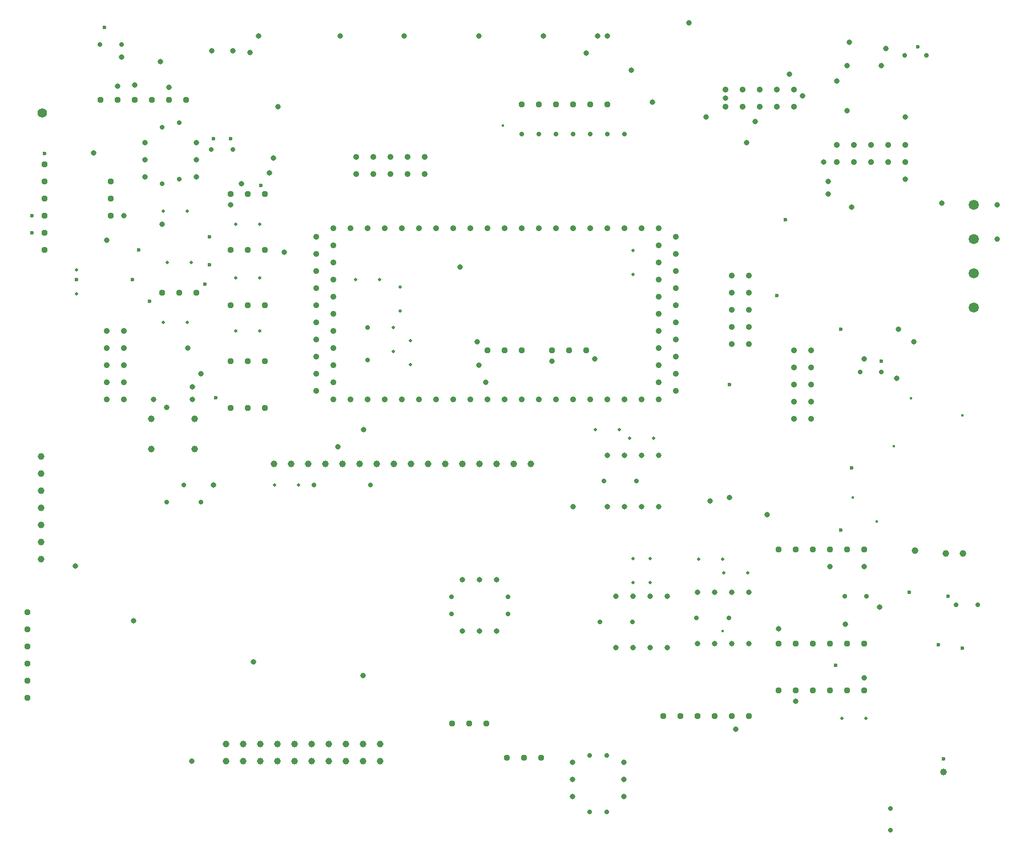
<source format=gbr>
%TF.GenerationSoftware,KiCad,Pcbnew,(5.1.4)-1*%
%TF.CreationDate,2019-12-19T22:49:59+05:30*%
%TF.ProjectId,2014_board_SPI_Pullupattiny_4,32303134-5f62-46f6-9172-645f5350495f,rev?*%
%TF.SameCoordinates,Original*%
%TF.FileFunction,Plated,1,2,PTH,Drill*%
%TF.FilePolarity,Positive*%
%FSLAX46Y46*%
G04 Gerber Fmt 4.6, Leading zero omitted, Abs format (unit mm)*
G04 Created by KiCad (PCBNEW (5.1.4)-1) date 2019-12-19 22:49:59*
%MOMM*%
%LPD*%
G04 APERTURE LIST*
%TA.AperFunction,ViaDrill*%
%ADD10C,0.400000*%
%TD*%
%TA.AperFunction,ComponentDrill*%
%ADD11C,0.500000*%
%TD*%
%TA.AperFunction,ViaDrill*%
%ADD12C,0.600000*%
%TD*%
%TA.AperFunction,ComponentDrill*%
%ADD13C,0.700000*%
%TD*%
%TA.AperFunction,ViaDrill*%
%ADD14C,0.800000*%
%TD*%
%TA.AperFunction,ComponentDrill*%
%ADD15C,0.800000*%
%TD*%
%TA.AperFunction,ComponentDrill*%
%ADD16C,0.812800*%
%TD*%
%TA.AperFunction,ComponentDrill*%
%ADD17C,0.900000*%
%TD*%
%TA.AperFunction,ComponentDrill*%
%ADD18C,0.950000*%
%TD*%
%TA.AperFunction,ViaDrill*%
%ADD19C,1.000000*%
%TD*%
%TA.AperFunction,ComponentDrill*%
%ADD20C,1.000000*%
%TD*%
%TA.AperFunction,ViaDrill*%
%ADD21C,1.400000*%
%TD*%
%TA.AperFunction,ComponentDrill*%
%ADD22C,1.500000*%
%TD*%
G04 APERTURE END LIST*
D10*
X148183600Y-57061100D03*
X163614100Y-150501300D03*
X180848000Y-132080000D03*
X200152000Y-112268000D03*
X203708000Y-115824000D03*
X206248000Y-104648000D03*
X208788000Y-97536000D03*
X216408000Y-100076000D03*
D11*
%TO.C,E$85*%
X85001100Y-78460600D03*
X85001100Y-82016600D03*
%TO.C,E$15*%
X114338100Y-110401100D03*
X117894100Y-110401100D03*
%TO.C,E$20*%
X161963100Y-102146100D03*
X165519100Y-102146100D03*
%TO.C,E$51*%
X108623100Y-71666100D03*
X112179100Y-71666100D03*
%TO.C,E$57*%
X97828100Y-69761100D03*
X101384100Y-69761100D03*
%TO.C,E$5*%
X132943600Y-81000600D03*
X132943600Y-84556600D03*
%TO.C,E$28*%
X167551100Y-121323100D03*
X167551100Y-124879100D03*
%TO.C,E$3*%
X131991100Y-87033100D03*
X131991100Y-90589100D03*
%TO.C,E$29*%
X170091100Y-121323100D03*
X170091100Y-124879100D03*
%TO.C,E$61*%
X108623100Y-79603600D03*
X112179100Y-79603600D03*
%TO.C,E$66*%
X98463100Y-77381100D03*
X102019100Y-77381100D03*
%TO.C,E$19*%
X167043100Y-103416100D03*
X170599100Y-103416100D03*
%TO.C,E$4*%
X134531100Y-88938100D03*
X134531100Y-92494100D03*
%TO.C,E$25*%
X177292000Y-121412000D03*
X180848000Y-121412000D03*
%TO.C,E$86*%
X126403100Y-79921100D03*
X129959100Y-79921100D03*
%TO.C,E$6*%
X167551100Y-75603100D03*
X167551100Y-79159100D03*
%TO.C,E$26*%
X181013100Y-123444000D03*
X184569100Y-123444000D03*
%TO.C,E$31*%
X198475600Y-145008600D03*
X202031600Y-145008600D03*
%TO.C,E$62*%
X108623100Y-87541100D03*
X112179100Y-87541100D03*
%TO.C,E$67*%
X97828100Y-86271100D03*
X101384100Y-86271100D03*
%TD*%
D12*
X78333600Y-70396100D03*
X78333600Y-72936100D03*
X80238600Y-61188600D03*
X85001100Y-79921100D03*
X89128600Y-42456100D03*
X93256100Y-79921100D03*
X94208600Y-75476100D03*
X95796100Y-83096100D03*
X104051100Y-80556100D03*
X104686100Y-73571100D03*
X104686100Y-77698600D03*
X105321100Y-58966100D03*
X105638600Y-97383600D03*
X107861100Y-58966100D03*
X112306100Y-65951100D03*
X181838600Y-95478600D03*
X188856100Y-82228600D03*
X190093600Y-71031100D03*
X197612000Y-137160000D03*
X198348600Y-87223600D03*
X198348600Y-117068600D03*
X199936100Y-107861100D03*
X204381100Y-91986100D03*
X208508600Y-126276100D03*
X209778600Y-45313600D03*
X212852000Y-134112000D03*
X213588600Y-151041100D03*
X214223600Y-126911100D03*
X216408000Y-134620000D03*
D13*
%TO.C,E$83*%
X80238600Y-62776100D03*
X80238600Y-65316100D03*
X80238600Y-67856100D03*
X80238600Y-70396100D03*
X80238600Y-72936100D03*
%TO.C,E$18*%
X163233100Y-109766100D03*
X168059100Y-109766100D03*
%TO.C,E$120*%
X215480900Y-128181100D03*
X218681300Y-128181100D03*
%TO.C,E$106*%
X151041100Y-53886100D03*
X153581100Y-53886100D03*
X156121100Y-53886100D03*
X158661100Y-53886100D03*
X161201100Y-53886100D03*
%TO.C,E$113*%
X151041100Y-58331100D03*
X153581100Y-58331100D03*
X156121100Y-58331100D03*
X158661100Y-58331100D03*
X161201100Y-58331100D03*
X163741100Y-58331100D03*
X166281100Y-58331100D03*
%TO.C,E$23*%
X189141100Y-140881100D03*
X191681100Y-140881100D03*
X194221100Y-140881100D03*
X196761100Y-140881100D03*
X199301100Y-140881100D03*
%TO.C,E$118*%
X207860900Y-46583600D03*
X211061300Y-46583600D03*
%TO.C,E$90*%
X104990900Y-60553600D03*
X108191300Y-60553600D03*
%TO.C,E$38*%
X98326100Y-112941100D03*
X100876100Y-110381100D03*
X103426100Y-112941100D03*
%TO.C,E$37*%
X77724000Y-131826000D03*
X77724000Y-134366000D03*
X77724000Y-136906000D03*
X77724000Y-139446000D03*
X77724000Y-141986000D03*
%TO.C,E$27*%
X176885600Y-130086100D03*
X181711600Y-130086100D03*
%TO.C,E$84*%
X88493600Y-53251100D03*
X91033600Y-53251100D03*
X93573600Y-53251100D03*
X96113600Y-53251100D03*
X98653600Y-53251100D03*
%TO.C,E$21*%
X189141100Y-119926100D03*
X191681100Y-119926100D03*
X194221100Y-119926100D03*
X196761100Y-119926100D03*
X199301100Y-119926100D03*
%TO.C,E$32*%
X171996100Y-144691100D03*
X174536100Y-144691100D03*
X177076100Y-144691100D03*
X179616100Y-144691100D03*
X182156100Y-144691100D03*
%TO.C,E$75*%
X161074100Y-150501300D03*
X161074100Y-158883400D03*
%TO.C,E$95*%
X163614100Y-150501300D03*
X163614100Y-158883400D03*
%TO.C,E$34*%
X140620700Y-127000000D03*
X149002800Y-127000000D03*
%TO.C,E$69*%
X97701100Y-57283300D03*
X97701100Y-65665400D03*
%TO.C,E$36*%
X140620700Y-129540000D03*
X149002800Y-129540000D03*
%TO.C,E$2*%
X128181100Y-87033100D03*
X128181100Y-91859100D03*
%TO.C,E$121*%
X205740000Y-158419800D03*
X205740000Y-161620200D03*
%TO.C,E$70*%
X100241100Y-56648300D03*
X100241100Y-65030400D03*
%TO.C,E$141*%
X88480900Y-44996100D03*
X91681300Y-44996100D03*
%TO.C,E$74*%
X163614100Y-150501300D03*
X163614100Y-158883400D03*
%TO.C,E$13*%
X120211800Y-110401100D03*
X128593900Y-110401100D03*
%TO.C,E$22*%
X189141100Y-133896100D03*
X191681100Y-133896100D03*
X194221100Y-133896100D03*
X196761100Y-133896100D03*
X199301100Y-133896100D03*
%TO.C,E$30*%
X162598100Y-130721100D03*
X167424100Y-130721100D03*
%TO.C,E$119*%
X201193400Y-93573600D03*
X204393800Y-93573600D03*
%TO.C,E$24*%
X198970900Y-126911100D03*
X202171300Y-126911100D03*
%TD*%
D14*
X84836000Y-122428000D03*
X87541100Y-61061600D03*
X89446100Y-74079100D03*
X91033600Y-51219100D03*
X91668600Y-46901100D03*
X91986100Y-70396100D03*
X93472000Y-130556000D03*
X93573600Y-51028600D03*
X96431100Y-97701100D03*
X97383600Y-47536100D03*
X97701100Y-71666100D03*
X98336100Y-98844100D03*
X98653600Y-51346100D03*
X101511100Y-90081100D03*
X102108000Y-151384000D03*
X102146100Y-95796100D03*
X102146100Y-97701100D03*
X103416100Y-93891100D03*
X105003600Y-45948600D03*
X105321100Y-110401100D03*
X107861100Y-68808600D03*
X108178600Y-45948600D03*
X109448600Y-65633600D03*
X110744000Y-46228000D03*
X111252000Y-136652000D03*
X111988600Y-43726100D03*
X113576100Y-64046100D03*
X114211100Y-61823600D03*
X114846100Y-54203600D03*
X115798600Y-75793600D03*
X123736100Y-104686100D03*
X124053600Y-43726100D03*
X127508000Y-138684000D03*
X127546100Y-102146100D03*
X133578600Y-43726100D03*
X141833600Y-78016100D03*
X144373600Y-89128600D03*
X144691100Y-43726100D03*
X144691100Y-92621100D03*
X145643600Y-95161100D03*
X154216100Y-43726100D03*
X155486100Y-91986100D03*
X158661100Y-113576100D03*
X160566100Y-46266100D03*
X161836100Y-91668600D03*
X162290000Y-43726100D03*
X163741100Y-43726100D03*
X167233600Y-48806100D03*
X170408600Y-53568600D03*
X175806100Y-41821100D03*
X178346100Y-55791100D03*
X178981098Y-112776000D03*
X181203600Y-52933600D03*
X181864000Y-112268006D03*
X182791100Y-146596100D03*
X184378600Y-59601100D03*
X185648600Y-56426100D03*
X187452000Y-114808000D03*
X189141100Y-131673600D03*
X190728600Y-49441100D03*
X191681100Y-142468600D03*
X192633600Y-52616100D03*
X195808600Y-62458600D03*
X196443600Y-65316100D03*
X196443600Y-67221100D03*
X196761100Y-122466100D03*
X197713600Y-50393600D03*
X198983600Y-131038600D03*
X199301100Y-48171100D03*
X199301100Y-54838600D03*
X199618600Y-44678600D03*
X199936100Y-69126100D03*
X201841100Y-91668600D03*
X201841100Y-122466100D03*
X201841100Y-138976100D03*
X204063600Y-128498600D03*
X204381100Y-48171100D03*
X205016100Y-45631100D03*
X206603600Y-94526100D03*
X206921100Y-87223600D03*
X207873600Y-55791100D03*
X207873600Y-64998600D03*
X209143600Y-89128600D03*
X213360000Y-68580000D03*
X221526100Y-68808600D03*
X221526100Y-73888600D03*
D15*
%TO.C,E$83*%
X80238600Y-62776100D03*
X80238600Y-65316100D03*
X80238600Y-67856100D03*
X80238600Y-70396100D03*
X80238600Y-72936100D03*
X80238600Y-72936100D03*
%TO.C,MCT2E.*%
X142240000Y-124460000D03*
X142240000Y-132080000D03*
X144780000Y-124460000D03*
X144780000Y-132080000D03*
X147320000Y-124460000D03*
X147320000Y-132080000D03*
%TO.C,E$106*%
X151041100Y-53886100D03*
X153581100Y-53886100D03*
X156121100Y-53886100D03*
X158661100Y-53886100D03*
X161201100Y-53886100D03*
X161201100Y-53886100D03*
%TO.C,E$23*%
X189141100Y-140881100D03*
X191681100Y-140881100D03*
X194221100Y-140881100D03*
X196761100Y-140881100D03*
X199301100Y-140881100D03*
X199301100Y-140881100D03*
%TO.C,E$37*%
X77724000Y-131826000D03*
X77724000Y-131826000D03*
X77724000Y-134366000D03*
X77724000Y-136906000D03*
X77724000Y-139446000D03*
X77724000Y-141986000D03*
%TO.C,MCT2E*%
X95161100Y-59601100D03*
X95161100Y-62141100D03*
X95161100Y-64681100D03*
X102781100Y-59601100D03*
X102781100Y-62141100D03*
X102781100Y-64681100D03*
%TO.C,E$84*%
X88493600Y-53251100D03*
X91033600Y-53251100D03*
X93573600Y-53251100D03*
X96113600Y-53251100D03*
X98653600Y-53251100D03*
X98653600Y-53251100D03*
%TO.C,E$21*%
X189141100Y-119926100D03*
X191681100Y-119926100D03*
X194221100Y-119926100D03*
X196761100Y-119926100D03*
X199301100Y-119926100D03*
X199301100Y-119926100D03*
%TO.C,MCT2E\002C*%
X158534100Y-151549100D03*
X158534100Y-154089100D03*
X158534100Y-156629100D03*
X166154100Y-151549100D03*
X166154100Y-154089100D03*
X166154100Y-156629100D03*
%TO.C,E$32*%
X171996100Y-144691100D03*
X174536100Y-144691100D03*
X177076100Y-144691100D03*
X179616100Y-144691100D03*
X182156100Y-144691100D03*
X182156100Y-144691100D03*
%TO.C,E$22*%
X189141100Y-133896100D03*
X191681100Y-133896100D03*
X194221100Y-133896100D03*
X196761100Y-133896100D03*
X199301100Y-133896100D03*
X199301100Y-133896100D03*
D16*
%TO.C,ATTINY85\002C*%
X163741100Y-105956100D03*
X163741100Y-113576100D03*
X166281100Y-105956100D03*
X166281100Y-113576100D03*
X168821100Y-105956100D03*
X168821100Y-113576100D03*
X171361100Y-105956100D03*
X171361100Y-113576100D03*
%TO.C,ATTINY85*%
X177076100Y-126276100D03*
X177076100Y-133896100D03*
X179616100Y-126276100D03*
X179616100Y-133896100D03*
X182156100Y-126276100D03*
X182156100Y-133896100D03*
X184696100Y-126276100D03*
X184696100Y-133896100D03*
%TO.C,ATTINY85.*%
X165011100Y-126911100D03*
X165011100Y-134531100D03*
X167551100Y-126911100D03*
X167551100Y-134531100D03*
X170091100Y-126911100D03*
X170091100Y-134531100D03*
X172631100Y-126911100D03*
X172631100Y-134531100D03*
D17*
%TO.C,E$83*%
X80238600Y-67856100D03*
%TO.C,E$7*%
X191363600Y-90398600D03*
X191363600Y-92938600D03*
X191363600Y-95478600D03*
X191363600Y-98018600D03*
X191363600Y-100558600D03*
X193903600Y-90398600D03*
X193903600Y-92938600D03*
X193903600Y-95478600D03*
X193903600Y-98018600D03*
X193903600Y-100558600D03*
%TO.C,E$106*%
X156121100Y-53886100D03*
%TO.C,E$23*%
X194221100Y-140881100D03*
%TO.C,E$56*%
X89446100Y-87541100D03*
X89446100Y-90081100D03*
X89446100Y-92621100D03*
X89446100Y-95161100D03*
X89446100Y-97701100D03*
X91986100Y-87541100D03*
X91986100Y-90081100D03*
X91986100Y-92621100D03*
X91986100Y-95161100D03*
X91986100Y-97701100D03*
%TO.C,E$8*%
X126492000Y-61722000D03*
X126492000Y-64262000D03*
X129032000Y-61722000D03*
X129032000Y-64262000D03*
X131572000Y-61722000D03*
X131572000Y-64262000D03*
X134112000Y-61722000D03*
X134112000Y-64262000D03*
X136652000Y-61722000D03*
X136652000Y-64262000D03*
%TO.C,E$37*%
X77724000Y-136906000D03*
%TO.C,E$65*%
X181203600Y-51663600D03*
X181203600Y-54203600D03*
X183743600Y-51663600D03*
X183743600Y-54203600D03*
X186283600Y-51663600D03*
X186283600Y-54203600D03*
X188823600Y-51663600D03*
X188823600Y-54203600D03*
X191363600Y-51663600D03*
X191363600Y-54203600D03*
%TO.C,E$84*%
X93573600Y-53251100D03*
%TO.C,E$21*%
X194221100Y-119926100D03*
%TO.C,E$32*%
X177076100Y-144691100D03*
%TO.C,E$1*%
X120561100Y-73571100D03*
X120561100Y-76111100D03*
X120561100Y-78651100D03*
X120561100Y-81191100D03*
X120561100Y-83731100D03*
X120561100Y-86271100D03*
X120561100Y-88811100D03*
X120561100Y-91351100D03*
X120561100Y-93891100D03*
X120561100Y-96431100D03*
X123101100Y-72301100D03*
X123101100Y-74841100D03*
X123101100Y-77381100D03*
X123101100Y-79921100D03*
X123101100Y-82461100D03*
X123101100Y-85001100D03*
X123101100Y-87541100D03*
X123101100Y-90081100D03*
X123101100Y-92621100D03*
X123101100Y-95161100D03*
X123101100Y-97701100D03*
X125641100Y-72301100D03*
X125641100Y-97701100D03*
X128181100Y-72301100D03*
X128181100Y-97701100D03*
X130721100Y-72301100D03*
X130721100Y-97701100D03*
X133261100Y-72301100D03*
X133261100Y-97701100D03*
X135801100Y-72301100D03*
X135801100Y-97701100D03*
X138341100Y-72301100D03*
X138341100Y-97701100D03*
X140881100Y-72301100D03*
X140881100Y-97701100D03*
X143421100Y-72301100D03*
X143421100Y-97701100D03*
X145961100Y-72301100D03*
X145961100Y-97701100D03*
X148501100Y-72301100D03*
X148501100Y-97701100D03*
X151041100Y-72301100D03*
X151041100Y-97701100D03*
X153581100Y-72301100D03*
X153581100Y-97701100D03*
X156121100Y-72301100D03*
X156121100Y-97701100D03*
X158661100Y-72301100D03*
X158661100Y-97701100D03*
X161201100Y-72301100D03*
X161201100Y-97701100D03*
X163741100Y-72301100D03*
X163741100Y-97701100D03*
X166281100Y-72301100D03*
X166281100Y-97701100D03*
X168821100Y-72301100D03*
X168821100Y-97701100D03*
X171361100Y-72301100D03*
X171361100Y-74841100D03*
X171361100Y-77381100D03*
X171361100Y-79921100D03*
X171361100Y-82461100D03*
X171361100Y-85001100D03*
X171361100Y-87541100D03*
X171361100Y-90081100D03*
X171361100Y-92621100D03*
X171361100Y-95161100D03*
X171361100Y-97701100D03*
X173901100Y-73571100D03*
X173901100Y-76111100D03*
X173901100Y-78651100D03*
X173901100Y-81191100D03*
X173901100Y-83731100D03*
X173901100Y-86271100D03*
X173901100Y-88811100D03*
X173901100Y-91351100D03*
X173901100Y-93891100D03*
X173901100Y-96431100D03*
%TO.C,E$64*%
X197713600Y-59918600D03*
X197713600Y-62458600D03*
X200253600Y-59918600D03*
X200253600Y-62458600D03*
X202793600Y-59918600D03*
X202793600Y-62458600D03*
X205333600Y-59918600D03*
X205333600Y-62458600D03*
X207873600Y-59918600D03*
X207873600Y-62458600D03*
%TO.C,E$22*%
X194221100Y-133896100D03*
%TO.C,E$8*%
X182156100Y-79286100D03*
X182156100Y-81826100D03*
X182156100Y-84366100D03*
X182156100Y-86906100D03*
X182156100Y-89446100D03*
X184696100Y-79286100D03*
X184696100Y-81826100D03*
X184696100Y-84366100D03*
X184696100Y-86906100D03*
X184696100Y-89446100D03*
D18*
%TO.C,E$83*%
X80238600Y-62776100D03*
X80238600Y-65316100D03*
X80238600Y-67856100D03*
X80238600Y-70396100D03*
X80238600Y-72936100D03*
X80238600Y-75476100D03*
%TO.C,E$54*%
X107861100Y-75476100D03*
X110401100Y-75476100D03*
X112941100Y-75476100D03*
%TO.C,E$55*%
X107861100Y-67221100D03*
X110401100Y-67221100D03*
X112941100Y-67221100D03*
%TO.C,E$76*%
X148844000Y-150876000D03*
X151384000Y-150876000D03*
X153924000Y-150876000D03*
%TO.C,E$106*%
X151041100Y-53886100D03*
X153581100Y-53886100D03*
X156121100Y-53886100D03*
X158661100Y-53886100D03*
X161201100Y-53886100D03*
X163741100Y-53886100D03*
%TO.C,E$23*%
X189141100Y-140881100D03*
X191681100Y-140881100D03*
X194221100Y-140881100D03*
X196761100Y-140881100D03*
X199301100Y-140881100D03*
X201841100Y-140881100D03*
%TO.C,E$52*%
X107861100Y-91986100D03*
X110401100Y-91986100D03*
X112941100Y-91986100D03*
%TO.C,E$37*%
X77724000Y-129286000D03*
X77724000Y-131826000D03*
X77724000Y-134366000D03*
X77724000Y-136906000D03*
X77724000Y-139446000D03*
X77724000Y-141986000D03*
%TO.C,E$84*%
X88493600Y-53251100D03*
X91033600Y-53251100D03*
X93573600Y-53251100D03*
X96113600Y-53251100D03*
X98653600Y-53251100D03*
X101193600Y-53251100D03*
%TO.C,E$21*%
X189141100Y-119926100D03*
X191681100Y-119926100D03*
X194221100Y-119926100D03*
X196761100Y-119926100D03*
X199301100Y-119926100D03*
X201841100Y-119926100D03*
%TO.C,E$32*%
X171996100Y-144691100D03*
X174536100Y-144691100D03*
X177076100Y-144691100D03*
X179616100Y-144691100D03*
X182156100Y-144691100D03*
X184696100Y-144691100D03*
%TO.C,E$59*%
X97701100Y-81826100D03*
X100241100Y-81826100D03*
X102781100Y-81826100D03*
%TO.C,E$9*%
X155486100Y-90398600D03*
X158026100Y-90398600D03*
X160566100Y-90398600D03*
%TO.C,E$53*%
X107861100Y-83731100D03*
X110401100Y-83731100D03*
X112941100Y-83731100D03*
%TO.C,E$22*%
X189141100Y-133896100D03*
X191681100Y-133896100D03*
X194221100Y-133896100D03*
X196761100Y-133896100D03*
X199301100Y-133896100D03*
X201841100Y-133896100D03*
%TO.C,E$48*%
X145961100Y-90398600D03*
X148501100Y-90398600D03*
X151041100Y-90398600D03*
%TO.C,E$35*%
X140716000Y-145796000D03*
X143256000Y-145796000D03*
X145796000Y-145796000D03*
%TO.C,E$60*%
X90081100Y-65316100D03*
X90081100Y-67856100D03*
X90081100Y-70396100D03*
%TO.C,E$50*%
X107861100Y-98971100D03*
X110401100Y-98971100D03*
X112941100Y-98971100D03*
%TD*%
D19*
X209319890Y-120109244D03*
X213588600Y-152946100D03*
X213906100Y-120561100D03*
X216446100Y-120561100D03*
D20*
%TO.C,REF\002A\002A*%
X79756000Y-106172000D03*
X79756000Y-108712000D03*
X79756000Y-111252000D03*
X79756000Y-113792000D03*
X79756000Y-116332000D03*
X79756000Y-118872000D03*
X79756000Y-121412000D03*
%TO.C,LCD*%
X114278600Y-107283600D03*
X116818600Y-107283600D03*
X119358600Y-107283600D03*
X121898600Y-107283600D03*
X124438600Y-107283600D03*
X126978600Y-107283600D03*
X129518600Y-107283600D03*
X132058600Y-107283600D03*
X134598600Y-107283600D03*
X137138600Y-107283600D03*
X139678600Y-107283600D03*
X142218600Y-107283600D03*
X144758600Y-107283600D03*
X147298600Y-107283600D03*
X149838600Y-107283600D03*
X152378600Y-107283600D03*
%TO.C,E$63*%
X96050100Y-100526800D03*
X96050100Y-105035400D03*
X102527100Y-100526800D03*
X102527100Y-105035400D03*
%TO.C,jtag*%
X107188000Y-148844000D03*
X107188000Y-151384000D03*
X109728000Y-148844000D03*
X109728000Y-151384000D03*
X112268000Y-148844000D03*
X112268000Y-151384000D03*
X114808000Y-148844000D03*
X114808000Y-151384000D03*
X117348000Y-148844000D03*
X117348000Y-151384000D03*
X119888000Y-148844000D03*
X119888000Y-151384000D03*
X122428000Y-148844000D03*
X122428000Y-151384000D03*
X124968000Y-148844000D03*
X124968000Y-151384000D03*
X127508000Y-148844000D03*
X127508000Y-151384000D03*
X130048000Y-148844000D03*
X130048000Y-151384000D03*
%TD*%
D21*
X79921100Y-55156100D03*
D22*
%TO.C,E$108*%
X218033600Y-68808600D03*
X218033600Y-73888600D03*
%TO.C,E$109*%
X218033600Y-78968600D03*
X218033600Y-84048600D03*
M02*

</source>
